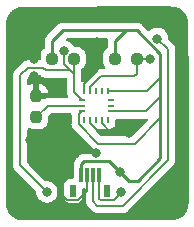
<source format=gbr>
%TF.GenerationSoftware,KiCad,Pcbnew,(6.0.2-0)*%
%TF.CreationDate,2022-03-21T14:05:32-04:00*%
%TF.ProjectId,Woodstock,576f6f64-7374-46f6-936b-2e6b69636164,v03*%
%TF.SameCoordinates,Original*%
%TF.FileFunction,Copper,L1,Top*%
%TF.FilePolarity,Positive*%
%FSLAX46Y46*%
G04 Gerber Fmt 4.6, Leading zero omitted, Abs format (unit mm)*
G04 Created by KiCad (PCBNEW (6.0.2-0)) date 2022-03-21 14:05:32*
%MOMM*%
%LPD*%
G01*
G04 APERTURE LIST*
G04 Aperture macros list*
%AMRoundRect*
0 Rectangle with rounded corners*
0 $1 Rounding radius*
0 $2 $3 $4 $5 $6 $7 $8 $9 X,Y pos of 4 corners*
0 Add a 4 corners polygon primitive as box body*
4,1,4,$2,$3,$4,$5,$6,$7,$8,$9,$2,$3,0*
0 Add four circle primitives for the rounded corners*
1,1,$1+$1,$2,$3*
1,1,$1+$1,$4,$5*
1,1,$1+$1,$6,$7*
1,1,$1+$1,$8,$9*
0 Add four rect primitives between the rounded corners*
20,1,$1+$1,$2,$3,$4,$5,0*
20,1,$1+$1,$4,$5,$6,$7,0*
20,1,$1+$1,$6,$7,$8,$9,0*
20,1,$1+$1,$8,$9,$2,$3,0*%
G04 Aperture macros list end*
%TA.AperFunction,SMDPad,CuDef*%
%ADD10RoundRect,0.237500X0.237500X-0.250000X0.237500X0.250000X-0.237500X0.250000X-0.237500X-0.250000X0*%
%TD*%
%TA.AperFunction,SMDPad,CuDef*%
%ADD11R,0.299999X1.210000*%
%TD*%
%TA.AperFunction,SMDPad,CuDef*%
%ADD12R,0.519999X1.000001*%
%TD*%
%TA.AperFunction,SMDPad,CuDef*%
%ADD13RoundRect,0.062500X-0.062500X0.212500X-0.062500X-0.212500X0.062500X-0.212500X0.062500X0.212500X0*%
%TD*%
%TA.AperFunction,SMDPad,CuDef*%
%ADD14RoundRect,0.062500X-0.212500X0.062500X-0.212500X-0.062500X0.212500X-0.062500X0.212500X0.062500X0*%
%TD*%
%TA.AperFunction,SMDPad,CuDef*%
%ADD15RoundRect,0.237500X-0.250000X-0.237500X0.250000X-0.237500X0.250000X0.237500X-0.250000X0.237500X0*%
%TD*%
%TA.AperFunction,ViaPad*%
%ADD16C,0.800000*%
%TD*%
%TA.AperFunction,Conductor*%
%ADD17C,0.200000*%
%TD*%
%TA.AperFunction,Conductor*%
%ADD18C,0.250000*%
%TD*%
G04 APERTURE END LIST*
D10*
%TO.P,R8,1*%
%TO.N,Net-(R8-Pad1)*%
X145974360Y-97205860D03*
%TO.P,R8,2*%
%TO.N,GND*%
X145974360Y-95380860D03*
%TD*%
D11*
%TO.P,J1,1,1*%
%TO.N,+3V3*%
X149795801Y-102075798D03*
%TO.P,J1,2,2*%
%TO.N,GND*%
X150295801Y-102075798D03*
%TO.P,J1,3,3*%
%TO.N,/SCL*%
X150795802Y-102075798D03*
%TO.P,J1,4,4*%
%TO.N,/SDA*%
X151295801Y-102075798D03*
D12*
%TO.P,J1,MP1,MP1*%
%TO.N,unconnected-(J1-PadMP1)*%
X149105803Y-103430799D03*
%TO.P,J1,MP2,MP2*%
%TO.N,unconnected-(J1-PadMP2)*%
X151985797Y-103430799D03*
%TD*%
D13*
%TO.P,U2,1,VDD_IO*%
%TO.N,+3V3*%
X152054357Y-94968670D03*
%TO.P,U2,2,NC*%
%TO.N,unconnected-(U2-Pad2)*%
X151554358Y-94968670D03*
%TO.P,U2,3,NC*%
%TO.N,unconnected-(U2-Pad3)*%
X151054359Y-94968670D03*
%TO.P,U2,4,SCL/SPC*%
%TO.N,/SCL*%
X150554360Y-94968670D03*
%TO.P,U2,5,GND*%
%TO.N,GND*%
X150054361Y-94968670D03*
D14*
%TO.P,U2,6,SDA/SDI/SDO*%
%TO.N,/SDA*%
X149829368Y-95693662D03*
%TO.P,U2,7,SDO/SA0*%
%TO.N,Net-(R8-Pad1)*%
X149829368Y-96193661D03*
%TO.P,U2,8,CS*%
%TO.N,+3V3*%
X149829368Y-96693660D03*
D13*
%TO.P,U2,9,INT2*%
%TO.N,unconnected-(U2-Pad9)*%
X150054361Y-97418652D03*
%TO.P,U2,10,GND*%
%TO.N,GND*%
X150554360Y-97418652D03*
%TO.P,U2,11,INT1*%
%TO.N,unconnected-(U2-Pad11)*%
X151054359Y-97418652D03*
%TO.P,U2,12,GND*%
%TO.N,GND*%
X151554358Y-97418652D03*
%TO.P,U2,13,ADC3*%
%TO.N,unconnected-(U2-Pad13)*%
X152054357Y-97418652D03*
D14*
%TO.P,U2,14,VDD*%
%TO.N,+3V3*%
X152279350Y-96693660D03*
%TO.P,U2,15,ADC2*%
%TO.N,unconnected-(U2-Pad15)*%
X152279350Y-96193661D03*
%TO.P,U2,16,ADC1*%
%TO.N,unconnected-(U2-Pad16)*%
X152279350Y-95693662D03*
%TD*%
D15*
%TO.P,R7,1*%
%TO.N,+3V3*%
X147345400Y-92231260D03*
%TO.P,R7,2*%
%TO.N,/SDA*%
X149170400Y-92231260D03*
%TD*%
%TO.P,R6,1*%
%TO.N,+3V3*%
X152655900Y-92227400D03*
%TO.P,R6,2*%
%TO.N,/SCL*%
X154480900Y-92227400D03*
%TD*%
D16*
%TO.N,/SDA*%
X148329225Y-91591179D03*
X153162000Y-103530400D03*
X146888200Y-103505000D03*
%TO.N,/SCL*%
X156239699Y-90521301D03*
X155651200Y-92227400D03*
%TO.N,GND*%
X145796000Y-93688900D03*
X151130000Y-90779600D03*
X153847800Y-98501200D03*
X145796000Y-92278200D03*
X151003000Y-100177600D03*
X147802600Y-102463600D03*
X144526000Y-89408000D03*
X145440400Y-99136200D03*
%TO.N,+3V3*%
X153085800Y-101828600D03*
%TD*%
D17*
%TO.N,/SDA*%
X144627600Y-101244400D02*
X146888200Y-103505000D01*
X149170400Y-95034700D02*
X149170400Y-92231260D01*
X148869400Y-93218000D02*
X148329225Y-92677825D01*
X149170400Y-95034700D02*
X149170400Y-93519000D01*
X151426287Y-104230310D02*
X151295801Y-104099824D01*
X144627600Y-93624400D02*
X144627600Y-101244400D01*
X145262611Y-92989389D02*
X144627600Y-93624400D01*
X146557989Y-92989389D02*
X145262611Y-92989389D01*
X149829360Y-95693660D02*
X149170400Y-95034700D01*
X151295801Y-104099824D02*
X151295801Y-102075798D01*
X152545307Y-104230310D02*
X151426287Y-104230310D01*
X149170400Y-93519000D02*
X148869400Y-93218000D01*
X153162000Y-103530400D02*
X153162000Y-103613617D01*
X148329225Y-91591179D02*
X148329225Y-92677825D01*
X146786600Y-93218000D02*
X146557989Y-92989389D01*
X148869400Y-93218000D02*
X146786600Y-93218000D01*
X153162000Y-103613617D02*
X152545307Y-104230310D01*
%TO.N,/SCL*%
X157149800Y-100838000D02*
X157149800Y-91431402D01*
X151500092Y-93700600D02*
X154279600Y-93700600D01*
X157149800Y-91431402D02*
X156239699Y-90521301D01*
X154279600Y-93700600D02*
X154480900Y-93499300D01*
X153320668Y-104667132D02*
X157149800Y-100838000D01*
X150554360Y-94646332D02*
X151500092Y-93700600D01*
X150795802Y-104301266D02*
X151161668Y-104667132D01*
X155651200Y-92227400D02*
X154480900Y-92227400D01*
X150795802Y-102075798D02*
X150795802Y-104301266D01*
X151161668Y-104667132D02*
X153320668Y-104667132D01*
X154480900Y-93499300D02*
X154480900Y-92227400D01*
X150554360Y-94968660D02*
X150554360Y-94646332D01*
%TO.N,GND*%
X144526000Y-91008200D02*
X145796000Y-92278200D01*
X148546293Y-104230310D02*
X149493172Y-104230310D01*
X150054361Y-94968670D02*
X150054361Y-94344439D01*
X145974360Y-93867260D02*
X145796000Y-93688900D01*
X145974360Y-95380860D02*
X145974360Y-93867260D01*
X152349932Y-98501200D02*
X152730200Y-98501200D01*
X151349934Y-98501200D02*
X152730200Y-98501200D01*
X150554360Y-97705626D02*
X151349934Y-98501200D01*
X152730200Y-98501200D02*
X153847800Y-98501200D01*
X151130000Y-93268800D02*
X151130000Y-90779600D01*
X144526000Y-89408000D02*
X144526000Y-91008200D01*
X150054361Y-94344439D02*
X151053800Y-93345000D01*
X151554358Y-97705626D02*
X152349932Y-98501200D01*
X147802600Y-102463600D02*
X146710400Y-102463600D01*
X145440400Y-101193600D02*
X145440400Y-99136200D01*
X147802600Y-102463600D02*
X147802600Y-103486617D01*
X151554358Y-97418652D02*
X151554358Y-97705626D01*
X150295801Y-103427681D02*
X150295801Y-102075798D01*
X146710400Y-102463600D02*
X145440400Y-101193600D01*
X147802600Y-103486617D02*
X148546293Y-104230310D01*
X151053800Y-93345000D02*
X151130000Y-93268800D01*
X149493172Y-104230310D02*
X150295801Y-103427681D01*
X150554360Y-97418652D02*
X150554360Y-97705626D01*
D18*
%TO.N,+3V3*%
X153825720Y-102568520D02*
X154587720Y-102568520D01*
X156489400Y-95453200D02*
X156489400Y-93878400D01*
X154587720Y-102568520D02*
X156489400Y-100666839D01*
X153085800Y-101828600D02*
X153825720Y-102568520D01*
D17*
X152279360Y-96693660D02*
X155248940Y-96693660D01*
D18*
X152159311Y-100902111D02*
X150065467Y-100902111D01*
X147345400Y-90728800D02*
X147345400Y-92231260D01*
X153085800Y-101828600D02*
X152159311Y-100902111D01*
D17*
X152054360Y-94968660D02*
X155399140Y-94968660D01*
D18*
X153543000Y-89839800D02*
X148234400Y-89839800D01*
D17*
X149579840Y-97766468D02*
X151228972Y-99415600D01*
D18*
X149795801Y-101171777D02*
X149795801Y-102075798D01*
X156489400Y-91795600D02*
X154533600Y-89839800D01*
D17*
X149579840Y-96943180D02*
X149579840Y-97766468D01*
X155248940Y-96693660D02*
X156489400Y-95453200D01*
X149829368Y-96693660D02*
X149829360Y-96693660D01*
D18*
X154533600Y-89839800D02*
X153543000Y-89839800D01*
X156489400Y-93878400D02*
X156489400Y-91795600D01*
D17*
X155399140Y-94968660D02*
X156489400Y-93878400D01*
D18*
X156489400Y-97282000D02*
X156489400Y-95453200D01*
D17*
X154355800Y-99415600D02*
X156489400Y-97282000D01*
D18*
X152655900Y-90726900D02*
X152655900Y-92227400D01*
D17*
X149829360Y-96693660D02*
X149579840Y-96943180D01*
D18*
X153543000Y-89839800D02*
X152655900Y-90726900D01*
X148234400Y-89839800D02*
X147345400Y-90728800D01*
D17*
X151228972Y-99415600D02*
X154355800Y-99415600D01*
D18*
X150065467Y-100902111D02*
X149795801Y-101171777D01*
X156489400Y-100666839D02*
X156489400Y-97282000D01*
D17*
%TO.N,Net-(R8-Pad1)*%
X145974360Y-97205860D02*
X146986560Y-96193660D01*
X146986560Y-96193660D02*
X149829360Y-96193660D01*
%TD*%
%TA.AperFunction,Conductor*%
%TO.N,GND*%
G36*
X157360046Y-87811269D02*
G01*
X157374793Y-87813566D01*
X157374800Y-87813566D01*
X157383668Y-87814947D01*
X157398298Y-87813034D01*
X157424066Y-87812325D01*
X157551468Y-87821893D01*
X157602893Y-87825755D01*
X157621546Y-87828573D01*
X157820503Y-87874087D01*
X157838533Y-87879662D01*
X158028450Y-87954379D01*
X158045447Y-87962585D01*
X158222074Y-88064833D01*
X158237654Y-88075485D01*
X158397034Y-88202974D01*
X158410840Y-88215826D01*
X158465099Y-88274516D01*
X158549388Y-88365689D01*
X158561125Y-88380466D01*
X158675736Y-88549345D01*
X158685129Y-88565701D01*
X158759823Y-88721789D01*
X158773227Y-88749800D01*
X158780076Y-88767388D01*
X158839686Y-88962580D01*
X158843831Y-88980992D01*
X158868971Y-89151405D01*
X158869513Y-89168470D01*
X158869589Y-89168466D01*
X158870121Y-89177425D01*
X158869377Y-89186372D01*
X158871175Y-89195171D01*
X158873724Y-89220339D01*
X158875821Y-94782651D01*
X158879440Y-104384982D01*
X158877940Y-104404411D01*
X158875902Y-104417503D01*
X158874273Y-104427968D01*
X158875755Y-104439299D01*
X158876186Y-104442596D01*
X158876895Y-104468366D01*
X158863465Y-104647190D01*
X158860647Y-104665846D01*
X158815133Y-104864803D01*
X158809558Y-104882833D01*
X158734841Y-105072750D01*
X158726636Y-105089746D01*
X158705875Y-105125609D01*
X158624387Y-105266374D01*
X158613735Y-105281954D01*
X158546055Y-105366565D01*
X158486250Y-105441330D01*
X158473394Y-105455140D01*
X158407445Y-105516110D01*
X158323531Y-105593688D01*
X158308754Y-105605425D01*
X158139875Y-105720036D01*
X158123519Y-105729429D01*
X157939417Y-105817528D01*
X157921832Y-105824376D01*
X157726640Y-105883986D01*
X157708228Y-105888131D01*
X157537815Y-105913271D01*
X157520753Y-105913813D01*
X157520757Y-105913888D01*
X157511791Y-105914420D01*
X157502848Y-105913677D01*
X157494055Y-105915474D01*
X157493998Y-105915477D01*
X157468893Y-105918020D01*
X146647655Y-105921321D01*
X144931431Y-105921845D01*
X144912007Y-105920345D01*
X144897303Y-105918055D01*
X144897300Y-105918055D01*
X144888431Y-105916674D01*
X144873848Y-105918581D01*
X144848045Y-105919289D01*
X144670154Y-105905881D01*
X144651434Y-105903042D01*
X144453473Y-105857590D01*
X144435384Y-105851976D01*
X144246475Y-105777366D01*
X144229432Y-105769104D01*
X144053843Y-105667022D01*
X144038231Y-105656299D01*
X143907382Y-105551120D01*
X143879924Y-105529048D01*
X143866099Y-105516110D01*
X143728649Y-105366561D01*
X143716920Y-105351696D01*
X143666408Y-105276710D01*
X143610441Y-105193628D01*
X143603447Y-105183245D01*
X143594076Y-105166786D01*
X143507132Y-104983227D01*
X143500334Y-104965549D01*
X143441888Y-104771036D01*
X143437816Y-104752539D01*
X143419113Y-104621180D01*
X143413665Y-104582916D01*
X143413212Y-104565867D01*
X143413129Y-104565871D01*
X143412645Y-104556914D01*
X143413437Y-104547967D01*
X143411368Y-104537557D01*
X143408950Y-104513013D01*
X143408424Y-101244400D01*
X144013850Y-101244400D01*
X144019100Y-101284280D01*
X144019100Y-101284285D01*
X144024050Y-101321881D01*
X144034762Y-101403251D01*
X144096076Y-101551276D01*
X144101103Y-101557827D01*
X144101104Y-101557829D01*
X144169120Y-101646469D01*
X144169126Y-101646475D01*
X144193613Y-101678387D01*
X144200168Y-101683417D01*
X144218979Y-101697852D01*
X144231370Y-101708719D01*
X145938481Y-103415830D01*
X145972507Y-103478142D01*
X145975041Y-103501716D01*
X145974696Y-103505000D01*
X145994658Y-103694928D01*
X146053673Y-103876556D01*
X146149160Y-104041944D01*
X146153578Y-104046851D01*
X146153579Y-104046852D01*
X146263648Y-104169096D01*
X146276947Y-104183866D01*
X146431448Y-104296118D01*
X146437476Y-104298802D01*
X146437478Y-104298803D01*
X146532583Y-104341146D01*
X146605912Y-104373794D01*
X146699313Y-104393647D01*
X146786256Y-104412128D01*
X146786261Y-104412128D01*
X146792713Y-104413500D01*
X146983687Y-104413500D01*
X146990139Y-104412128D01*
X146990144Y-104412128D01*
X147077087Y-104393647D01*
X147170488Y-104373794D01*
X147243817Y-104341146D01*
X147338922Y-104298803D01*
X147338924Y-104298802D01*
X147344952Y-104296118D01*
X147499453Y-104183866D01*
X147512752Y-104169096D01*
X147622821Y-104046852D01*
X147622822Y-104046851D01*
X147627240Y-104041944D01*
X147722727Y-103876556D01*
X147781742Y-103694928D01*
X147801704Y-103505000D01*
X147781742Y-103315072D01*
X147722727Y-103133444D01*
X147627240Y-102968056D01*
X147553431Y-102886082D01*
X147503875Y-102831045D01*
X147503874Y-102831044D01*
X147499453Y-102826134D01*
X147344952Y-102713882D01*
X147338924Y-102711198D01*
X147338922Y-102711197D01*
X147176519Y-102638891D01*
X147176518Y-102638891D01*
X147170488Y-102636206D01*
X147077087Y-102616353D01*
X146990144Y-102597872D01*
X146990139Y-102597872D01*
X146983687Y-102596500D01*
X146892439Y-102596500D01*
X146824318Y-102576498D01*
X146803344Y-102559595D01*
X145273005Y-101029256D01*
X145238979Y-100966944D01*
X145236100Y-100940161D01*
X145236100Y-98247921D01*
X145256102Y-98179800D01*
X145309758Y-98133307D01*
X145380032Y-98123203D01*
X145414339Y-98133425D01*
X145419440Y-98136569D01*
X145584551Y-98191334D01*
X145591387Y-98192034D01*
X145591390Y-98192035D01*
X145642886Y-98197311D01*
X145687288Y-98201860D01*
X146261432Y-98201860D01*
X146264678Y-98201523D01*
X146264682Y-98201523D01*
X146358595Y-98191779D01*
X146358599Y-98191778D01*
X146365453Y-98191067D01*
X146371989Y-98188886D01*
X146371991Y-98188886D01*
X146504755Y-98144592D01*
X146530467Y-98136014D01*
X146678391Y-98044476D01*
X146723826Y-97998962D01*
X146796118Y-97926544D01*
X146796122Y-97926539D01*
X146801289Y-97921363D01*
X146863072Y-97821133D01*
X146888729Y-97779510D01*
X146888730Y-97779508D01*
X146892569Y-97773280D01*
X146947334Y-97608169D01*
X146957860Y-97505432D01*
X146957860Y-97135098D01*
X146977862Y-97066977D01*
X146994765Y-97046003D01*
X147201703Y-96839065D01*
X147264015Y-96805039D01*
X147290798Y-96802160D01*
X148841168Y-96802160D01*
X148909289Y-96822162D01*
X148955782Y-96875818D01*
X148967168Y-96928160D01*
X148967168Y-96934991D01*
X148966090Y-96943180D01*
X148967168Y-96951368D01*
X148970262Y-96974870D01*
X148971340Y-96991316D01*
X148971340Y-97718332D01*
X148970262Y-97734775D01*
X148966090Y-97766468D01*
X148971340Y-97806348D01*
X148971340Y-97806353D01*
X148973286Y-97821133D01*
X148987002Y-97925319D01*
X149048316Y-98073344D01*
X149053343Y-98079895D01*
X149053344Y-98079897D01*
X149121360Y-98168537D01*
X149121366Y-98168543D01*
X149145853Y-98200455D01*
X149152408Y-98205485D01*
X149171219Y-98219920D01*
X149183610Y-98230787D01*
X150764657Y-99811834D01*
X150775524Y-99824225D01*
X150794985Y-99849587D01*
X150801535Y-99854613D01*
X150826893Y-99874071D01*
X150826909Y-99874085D01*
X150876277Y-99911966D01*
X150922096Y-99947124D01*
X151070121Y-100008438D01*
X151078308Y-100009516D01*
X151078309Y-100009516D01*
X151089514Y-100010991D01*
X151140390Y-100017689D01*
X151205318Y-100046411D01*
X151244410Y-100105676D01*
X151245255Y-100176667D01*
X151207585Y-100236846D01*
X151143360Y-100267106D01*
X151123945Y-100268611D01*
X150144234Y-100268611D01*
X150133051Y-100268084D01*
X150125558Y-100266409D01*
X150117632Y-100266658D01*
X150117631Y-100266658D01*
X150057481Y-100268549D01*
X150053522Y-100268611D01*
X150025611Y-100268611D01*
X150021677Y-100269108D01*
X150021676Y-100269108D01*
X150021611Y-100269116D01*
X150009774Y-100270049D01*
X149977957Y-100271049D01*
X149973496Y-100271189D01*
X149965577Y-100271438D01*
X149947921Y-100276567D01*
X149946125Y-100277089D01*
X149926773Y-100281097D01*
X149919702Y-100281991D01*
X149906670Y-100283637D01*
X149899301Y-100286554D01*
X149899299Y-100286555D01*
X149865564Y-100299911D01*
X149854336Y-100303756D01*
X149811874Y-100316093D01*
X149805052Y-100320127D01*
X149805046Y-100320130D01*
X149794435Y-100326405D01*
X149776685Y-100335101D01*
X149765223Y-100339639D01*
X149765218Y-100339642D01*
X149757850Y-100342559D01*
X149740437Y-100355210D01*
X149722092Y-100368538D01*
X149712174Y-100375054D01*
X149700930Y-100381704D01*
X149674104Y-100397569D01*
X149659780Y-100411893D01*
X149644748Y-100424732D01*
X149628360Y-100436639D01*
X149600179Y-100470704D01*
X149592189Y-100479484D01*
X149403548Y-100668125D01*
X149395262Y-100675665D01*
X149388783Y-100679777D01*
X149383358Y-100685554D01*
X149342158Y-100729428D01*
X149339403Y-100732270D01*
X149319666Y-100752007D01*
X149317186Y-100755204D01*
X149309483Y-100764224D01*
X149279215Y-100796456D01*
X149275396Y-100803402D01*
X149275394Y-100803405D01*
X149269453Y-100814211D01*
X149258602Y-100830730D01*
X149246187Y-100846736D01*
X149243042Y-100854005D01*
X149243039Y-100854009D01*
X149228627Y-100887314D01*
X149223410Y-100897964D01*
X149202106Y-100936717D01*
X149200135Y-100944392D01*
X149200135Y-100944393D01*
X149197068Y-100956339D01*
X149190664Y-100975043D01*
X149182620Y-100993632D01*
X149181381Y-101001455D01*
X149181378Y-101001465D01*
X149175702Y-101037301D01*
X149173296Y-101048921D01*
X149162301Y-101091747D01*
X149162301Y-101112001D01*
X149160750Y-101131711D01*
X149157581Y-101151720D01*
X149158327Y-101159612D01*
X149161742Y-101195738D01*
X149162301Y-101207596D01*
X149162301Y-101288975D01*
X149154283Y-101333204D01*
X149144057Y-101360482D01*
X149137302Y-101422664D01*
X149137302Y-102296299D01*
X149117300Y-102364420D01*
X149063644Y-102410913D01*
X149011302Y-102422299D01*
X148797670Y-102422299D01*
X148735488Y-102429054D01*
X148599099Y-102480184D01*
X148482543Y-102567538D01*
X148395189Y-102684094D01*
X148344059Y-102820483D01*
X148337304Y-102882665D01*
X148337304Y-103978933D01*
X148344059Y-104041115D01*
X148395189Y-104177504D01*
X148482543Y-104294060D01*
X148599099Y-104381414D01*
X148735488Y-104432544D01*
X148797670Y-104439299D01*
X149413936Y-104439299D01*
X149476118Y-104432544D01*
X149612507Y-104381414D01*
X149729063Y-104294060D01*
X149816417Y-104177504D01*
X149867547Y-104041115D01*
X149874302Y-103978933D01*
X149874302Y-103314953D01*
X149894304Y-103246832D01*
X149947960Y-103200339D01*
X149992836Y-103189298D01*
X149993934Y-103189298D01*
X150034520Y-103184889D01*
X150061738Y-103184890D01*
X150074915Y-103186322D01*
X150140476Y-103213566D01*
X150180900Y-103271931D01*
X150187302Y-103311584D01*
X150187302Y-104253130D01*
X150186224Y-104269573D01*
X150182052Y-104301266D01*
X150187302Y-104341146D01*
X150187302Y-104341151D01*
X150195740Y-104405245D01*
X150202964Y-104460117D01*
X150264278Y-104608142D01*
X150269305Y-104614693D01*
X150269306Y-104614695D01*
X150337322Y-104703335D01*
X150337328Y-104703341D01*
X150361815Y-104735253D01*
X150368370Y-104740283D01*
X150387181Y-104754718D01*
X150399572Y-104765585D01*
X150697353Y-105063366D01*
X150708220Y-105075757D01*
X150727681Y-105101119D01*
X150734231Y-105106145D01*
X150759589Y-105125603D01*
X150759605Y-105125617D01*
X150808973Y-105163498D01*
X150854792Y-105198656D01*
X151002817Y-105259970D01*
X151011005Y-105261048D01*
X151082243Y-105270427D01*
X151161668Y-105280883D01*
X151193367Y-105276710D01*
X151209812Y-105275632D01*
X153272532Y-105275632D01*
X153288975Y-105276710D01*
X153320668Y-105280882D01*
X153328857Y-105279804D01*
X153360542Y-105275633D01*
X153360552Y-105275632D01*
X153360553Y-105275632D01*
X153460125Y-105262523D01*
X153471332Y-105261048D01*
X153471334Y-105261047D01*
X153479519Y-105259970D01*
X153627544Y-105198656D01*
X153647628Y-105183245D01*
X153722737Y-105125612D01*
X153722743Y-105125606D01*
X153748102Y-105106147D01*
X153754655Y-105101119D01*
X153769666Y-105081557D01*
X153774120Y-105075753D01*
X153784987Y-105063362D01*
X157546034Y-101302315D01*
X157558425Y-101291448D01*
X157577237Y-101277013D01*
X157583787Y-101271987D01*
X157608274Y-101240075D01*
X157608277Y-101240072D01*
X157670609Y-101158839D01*
X157681324Y-101144875D01*
X157742638Y-100996850D01*
X157758300Y-100877885D01*
X157758300Y-100877878D01*
X157763550Y-100838000D01*
X157759378Y-100806307D01*
X157758300Y-100789864D01*
X157758300Y-91479538D01*
X157759378Y-91463092D01*
X157762472Y-91439590D01*
X157763550Y-91431402D01*
X157758300Y-91391524D01*
X157758300Y-91391517D01*
X157742638Y-91272552D01*
X157702506Y-91175665D01*
X157681324Y-91124526D01*
X157608277Y-91029330D01*
X157608274Y-91029327D01*
X157583787Y-90997415D01*
X157573217Y-90989304D01*
X157558421Y-90977950D01*
X157546030Y-90967083D01*
X157189418Y-90610471D01*
X157155392Y-90548159D01*
X157152858Y-90524585D01*
X157153203Y-90521301D01*
X157145114Y-90444337D01*
X157133931Y-90337936D01*
X157133931Y-90337934D01*
X157133241Y-90331373D01*
X157074226Y-90149745D01*
X156978739Y-89984357D01*
X156858470Y-89850784D01*
X156855374Y-89847346D01*
X156855373Y-89847345D01*
X156850952Y-89842435D01*
X156696451Y-89730183D01*
X156690423Y-89727499D01*
X156690421Y-89727498D01*
X156528018Y-89655192D01*
X156528017Y-89655192D01*
X156521987Y-89652507D01*
X156428587Y-89632654D01*
X156341643Y-89614173D01*
X156341638Y-89614173D01*
X156335186Y-89612801D01*
X156144212Y-89612801D01*
X156137760Y-89614173D01*
X156137755Y-89614173D01*
X156050812Y-89632654D01*
X155957411Y-89652507D01*
X155951381Y-89655192D01*
X155951380Y-89655192D01*
X155788977Y-89727498D01*
X155788975Y-89727499D01*
X155782947Y-89730183D01*
X155628446Y-89842435D01*
X155624024Y-89847346D01*
X155619122Y-89851760D01*
X155618243Y-89850784D01*
X155563826Y-89884303D01*
X155492842Y-89882946D01*
X155441550Y-89851845D01*
X155037252Y-89447547D01*
X155029712Y-89439261D01*
X155025600Y-89432782D01*
X154975948Y-89386156D01*
X154973107Y-89383402D01*
X154953370Y-89363665D01*
X154950173Y-89361185D01*
X154941151Y-89353480D01*
X154927722Y-89340869D01*
X154908921Y-89323214D01*
X154901975Y-89319395D01*
X154901972Y-89319393D01*
X154891166Y-89313452D01*
X154874647Y-89302601D01*
X154865391Y-89295422D01*
X154858641Y-89290186D01*
X154851372Y-89287041D01*
X154851368Y-89287038D01*
X154818063Y-89272626D01*
X154807413Y-89267409D01*
X154768660Y-89246105D01*
X154749037Y-89241067D01*
X154730334Y-89234663D01*
X154719020Y-89229767D01*
X154719019Y-89229767D01*
X154711745Y-89226619D01*
X154703922Y-89225380D01*
X154703912Y-89225377D01*
X154668076Y-89219701D01*
X154656456Y-89217295D01*
X154621311Y-89208272D01*
X154621310Y-89208272D01*
X154613630Y-89206300D01*
X154593376Y-89206300D01*
X154573665Y-89204749D01*
X154561486Y-89202820D01*
X154553657Y-89201580D01*
X154524386Y-89204347D01*
X154509639Y-89205741D01*
X154497781Y-89206300D01*
X153621767Y-89206300D01*
X153610584Y-89205773D01*
X153603091Y-89204098D01*
X153595165Y-89204347D01*
X153595164Y-89204347D01*
X153535001Y-89206238D01*
X153531043Y-89206300D01*
X148313167Y-89206300D01*
X148301984Y-89205773D01*
X148294491Y-89204098D01*
X148286565Y-89204347D01*
X148286564Y-89204347D01*
X148226401Y-89206238D01*
X148222443Y-89206300D01*
X148194544Y-89206300D01*
X148190554Y-89206804D01*
X148178720Y-89207736D01*
X148134511Y-89209126D01*
X148126897Y-89211338D01*
X148126892Y-89211339D01*
X148115059Y-89214777D01*
X148095696Y-89218788D01*
X148075603Y-89221326D01*
X148068236Y-89224243D01*
X148068231Y-89224244D01*
X148034492Y-89237602D01*
X148023265Y-89241446D01*
X147980807Y-89253782D01*
X147973981Y-89257819D01*
X147963372Y-89264093D01*
X147945624Y-89272788D01*
X147926783Y-89280248D01*
X147920367Y-89284910D01*
X147920366Y-89284910D01*
X147891013Y-89306236D01*
X147881093Y-89312752D01*
X147849865Y-89331220D01*
X147849862Y-89331222D01*
X147843038Y-89335258D01*
X147828717Y-89349579D01*
X147813684Y-89362419D01*
X147797293Y-89374328D01*
X147792242Y-89380433D01*
X147792237Y-89380438D01*
X147769101Y-89408404D01*
X147761113Y-89417182D01*
X146953147Y-90225148D01*
X146944861Y-90232688D01*
X146938382Y-90236800D01*
X146932957Y-90242577D01*
X146891757Y-90286451D01*
X146889002Y-90289293D01*
X146869265Y-90309030D01*
X146866785Y-90312227D01*
X146859082Y-90321247D01*
X146828814Y-90353479D01*
X146824995Y-90360425D01*
X146824993Y-90360428D01*
X146819052Y-90371234D01*
X146808201Y-90387753D01*
X146795786Y-90403759D01*
X146792641Y-90411028D01*
X146792638Y-90411032D01*
X146778226Y-90444337D01*
X146773009Y-90454987D01*
X146751705Y-90493740D01*
X146747478Y-90510205D01*
X146746667Y-90513362D01*
X146740263Y-90532066D01*
X146732219Y-90550655D01*
X146730980Y-90558478D01*
X146730977Y-90558488D01*
X146725301Y-90594324D01*
X146722895Y-90605944D01*
X146714359Y-90639191D01*
X146711900Y-90648770D01*
X146711900Y-90669024D01*
X146710349Y-90688734D01*
X146707180Y-90708743D01*
X146707926Y-90716635D01*
X146711341Y-90752761D01*
X146711900Y-90764619D01*
X146711900Y-91283561D01*
X146691898Y-91351682D01*
X146652202Y-91390705D01*
X146628869Y-91405144D01*
X146623696Y-91410326D01*
X146511142Y-91523076D01*
X146511138Y-91523081D01*
X146505971Y-91528257D01*
X146502131Y-91534487D01*
X146502130Y-91534488D01*
X146419264Y-91668922D01*
X146414691Y-91676340D01*
X146359926Y-91841451D01*
X146349400Y-91944188D01*
X146349400Y-92254889D01*
X146329398Y-92323010D01*
X146275742Y-92369503D01*
X146223400Y-92380889D01*
X145310747Y-92380889D01*
X145294301Y-92379811D01*
X145270799Y-92376717D01*
X145262611Y-92375639D01*
X145254423Y-92376717D01*
X145222740Y-92380888D01*
X145222731Y-92380889D01*
X145222726Y-92380889D01*
X145103761Y-92396551D01*
X145096134Y-92399710D01*
X145096131Y-92399711D01*
X145017049Y-92432468D01*
X144955735Y-92457865D01*
X144860539Y-92530912D01*
X144860536Y-92530915D01*
X144828624Y-92555402D01*
X144823594Y-92561957D01*
X144809159Y-92580768D01*
X144798292Y-92593159D01*
X144231366Y-93160085D01*
X144218975Y-93170952D01*
X144193613Y-93190413D01*
X144169126Y-93222325D01*
X144169123Y-93222328D01*
X144169117Y-93222336D01*
X144115678Y-93291979D01*
X144096076Y-93317524D01*
X144043517Y-93444413D01*
X144034762Y-93465550D01*
X144019100Y-93584515D01*
X144019100Y-93584520D01*
X144013850Y-93624400D01*
X144017216Y-93649964D01*
X144018022Y-93656090D01*
X144019100Y-93672536D01*
X144019100Y-101196264D01*
X144018022Y-101212707D01*
X144013850Y-101244400D01*
X143408424Y-101244400D01*
X143406509Y-89344722D01*
X143408009Y-89325319D01*
X143410305Y-89310568D01*
X143410305Y-89310567D01*
X143411687Y-89301692D01*
X143409774Y-89287062D01*
X143409065Y-89261294D01*
X143418789Y-89131812D01*
X143422495Y-89082467D01*
X143425313Y-89063814D01*
X143470827Y-88864856D01*
X143476402Y-88846827D01*
X143551119Y-88656910D01*
X143559325Y-88639913D01*
X143661573Y-88463286D01*
X143672225Y-88447706D01*
X143732273Y-88372637D01*
X143799714Y-88288326D01*
X143812566Y-88274520D01*
X143916384Y-88178540D01*
X143962429Y-88135972D01*
X143977207Y-88124234D01*
X144146085Y-88009624D01*
X144162443Y-88000230D01*
X144241110Y-87962585D01*
X144346543Y-87912132D01*
X144364128Y-87905284D01*
X144559320Y-87845674D01*
X144577732Y-87841529D01*
X144748145Y-87816389D01*
X144765207Y-87815847D01*
X144765203Y-87815772D01*
X144774170Y-87815240D01*
X144783112Y-87815983D01*
X144791903Y-87814187D01*
X144792084Y-87814176D01*
X144817038Y-87811650D01*
X157340645Y-87809768D01*
X157360046Y-87811269D01*
G37*
%TD.AperFunction*%
%TA.AperFunction,Conductor*%
G36*
X155294933Y-97303032D02*
G01*
X155359245Y-97313013D01*
X155412378Y-97360103D01*
X155431618Y-97428442D01*
X155410856Y-97496336D01*
X155394721Y-97516130D01*
X154140656Y-98770195D01*
X154078344Y-98804221D01*
X154051561Y-98807100D01*
X151533211Y-98807100D01*
X151465090Y-98787098D01*
X151444116Y-98770195D01*
X151089105Y-98415184D01*
X151055079Y-98352872D01*
X151060144Y-98282057D01*
X151102691Y-98225221D01*
X151161755Y-98201167D01*
X151265920Y-98187455D01*
X151273015Y-98184516D01*
X151337945Y-98184517D01*
X151351114Y-98188046D01*
X151450377Y-98201114D01*
X151458586Y-98201652D01*
X151650130Y-98201652D01*
X151658339Y-98201114D01*
X151757597Y-98188046D01*
X151770773Y-98184516D01*
X151835703Y-98184517D01*
X151842796Y-98187455D01*
X151850984Y-98188533D01*
X151950338Y-98201613D01*
X151954432Y-98202152D01*
X152054344Y-98202152D01*
X152154281Y-98202151D01*
X152158366Y-98201613D01*
X152158370Y-98201613D01*
X152257731Y-98188533D01*
X152257733Y-98188532D01*
X152265918Y-98187455D01*
X152404821Y-98129919D01*
X152511150Y-98048330D01*
X152517548Y-98043421D01*
X152517549Y-98043420D01*
X152524099Y-98038394D01*
X152615624Y-97919115D01*
X152673160Y-97780213D01*
X152674988Y-97766332D01*
X152687319Y-97672664D01*
X152687319Y-97672663D01*
X152687857Y-97668577D01*
X152687856Y-97428160D01*
X152707858Y-97360040D01*
X152761513Y-97313547D01*
X152813856Y-97302160D01*
X155200804Y-97302160D01*
X155217247Y-97303238D01*
X155248940Y-97307410D01*
X155257129Y-97306332D01*
X155288814Y-97302161D01*
X155288822Y-97302160D01*
X155288825Y-97302160D01*
X155289090Y-97302125D01*
X155289113Y-97302129D01*
X155294795Y-97301518D01*
X155294807Y-97301517D01*
X155294933Y-97303032D01*
G37*
%TD.AperFunction*%
%TA.AperFunction,Conductor*%
G36*
X146317087Y-93617891D02*
G01*
X146341236Y-93640106D01*
X146341746Y-93639596D01*
X146347587Y-93645437D01*
X146352613Y-93651987D01*
X146359163Y-93657013D01*
X146384521Y-93676471D01*
X146384537Y-93676485D01*
X146399878Y-93688256D01*
X146479724Y-93749524D01*
X146627749Y-93810838D01*
X146635936Y-93811916D01*
X146635937Y-93811916D01*
X146647142Y-93813391D01*
X146678338Y-93817498D01*
X146746715Y-93826500D01*
X146746718Y-93826500D01*
X146746726Y-93826501D01*
X146778411Y-93830672D01*
X146786600Y-93831750D01*
X146818293Y-93827578D01*
X146834736Y-93826500D01*
X148435900Y-93826500D01*
X148504021Y-93846502D01*
X148550514Y-93900158D01*
X148561900Y-93952500D01*
X148561900Y-94986564D01*
X148560822Y-95003007D01*
X148556650Y-95034700D01*
X148561900Y-95074580D01*
X148561900Y-95074585D01*
X148568868Y-95127510D01*
X148577562Y-95193551D01*
X148638876Y-95341576D01*
X148670246Y-95382458D01*
X148695846Y-95448675D01*
X148681582Y-95518224D01*
X148631981Y-95569021D01*
X148570283Y-95585160D01*
X147034696Y-95585160D01*
X147018253Y-95584082D01*
X146986560Y-95579910D01*
X146978371Y-95580988D01*
X146946686Y-95585159D01*
X146946677Y-95585160D01*
X146946675Y-95585160D01*
X146946669Y-95585161D01*
X146946667Y-95585161D01*
X146847103Y-95598269D01*
X146835896Y-95599744D01*
X146835894Y-95599745D01*
X146827709Y-95600822D01*
X146768689Y-95625269D01*
X146720471Y-95634860D01*
X145846360Y-95634860D01*
X145778239Y-95614858D01*
X145731746Y-95561202D01*
X145720360Y-95508860D01*
X145720360Y-95108745D01*
X146228360Y-95108745D01*
X146232835Y-95123984D01*
X146234225Y-95125189D01*
X146241908Y-95126860D01*
X146939245Y-95126860D01*
X146954484Y-95122385D01*
X146955689Y-95120995D01*
X146957360Y-95113312D01*
X146957360Y-95084594D01*
X146957023Y-95078078D01*
X146947285Y-94984228D01*
X146944392Y-94970832D01*
X146893872Y-94819407D01*
X146887707Y-94806245D01*
X146803934Y-94670868D01*
X146794900Y-94659470D01*
X146682231Y-94546997D01*
X146670820Y-94537985D01*
X146535297Y-94454448D01*
X146522119Y-94448304D01*
X146370594Y-94398045D01*
X146357228Y-94395179D01*
X146264590Y-94385688D01*
X146258175Y-94385360D01*
X146246475Y-94385360D01*
X146231236Y-94389835D01*
X146230031Y-94391225D01*
X146228360Y-94398908D01*
X146228360Y-95108745D01*
X145720360Y-95108745D01*
X145720360Y-94403475D01*
X145715885Y-94388236D01*
X145714495Y-94387031D01*
X145706812Y-94385360D01*
X145690594Y-94385360D01*
X145684078Y-94385697D01*
X145590228Y-94395435D01*
X145576832Y-94398328D01*
X145425411Y-94448846D01*
X145415549Y-94453466D01*
X145345377Y-94464249D01*
X145280513Y-94435383D01*
X145241553Y-94376031D01*
X145236100Y-94339364D01*
X145236100Y-93928639D01*
X145256102Y-93860518D01*
X145273005Y-93839544D01*
X145477755Y-93634794D01*
X145540067Y-93600768D01*
X145566850Y-93597889D01*
X146248966Y-93597889D01*
X146317087Y-93617891D01*
G37*
%TD.AperFunction*%
%TA.AperFunction,Conductor*%
G36*
X151972648Y-90493302D02*
G01*
X152019141Y-90546958D01*
X152029245Y-90617232D01*
X152026568Y-90630637D01*
X152024371Y-90639191D01*
X152024370Y-90639195D01*
X152022400Y-90646870D01*
X152022400Y-90667124D01*
X152020849Y-90686834D01*
X152017680Y-90706843D01*
X152018426Y-90714735D01*
X152021841Y-90750861D01*
X152022400Y-90762719D01*
X152022400Y-91279701D01*
X152002398Y-91347822D01*
X151962702Y-91386845D01*
X151939369Y-91401284D01*
X151934196Y-91406466D01*
X151821642Y-91519216D01*
X151821638Y-91519221D01*
X151816471Y-91524397D01*
X151725191Y-91672480D01*
X151670426Y-91837591D01*
X151659900Y-91940328D01*
X151659900Y-92514472D01*
X151660237Y-92517718D01*
X151660237Y-92517722D01*
X151666779Y-92580768D01*
X151670693Y-92618493D01*
X151672874Y-92625029D01*
X151672874Y-92625031D01*
X151717168Y-92757795D01*
X151725746Y-92783507D01*
X151797710Y-92899799D01*
X151816546Y-92968249D01*
X151795384Y-93036019D01*
X151740944Y-93081590D01*
X151690564Y-93092100D01*
X151548228Y-93092100D01*
X151531785Y-93091022D01*
X151500092Y-93086850D01*
X151491903Y-93087928D01*
X151460218Y-93092099D01*
X151460209Y-93092100D01*
X151460207Y-93092100D01*
X151460201Y-93092101D01*
X151460199Y-93092101D01*
X151360635Y-93105209D01*
X151349428Y-93106684D01*
X151349426Y-93106685D01*
X151341241Y-93107762D01*
X151193216Y-93169076D01*
X151186665Y-93174103D01*
X151186663Y-93174104D01*
X151160174Y-93194430D01*
X151098020Y-93242123D01*
X151098017Y-93242126D01*
X151066105Y-93266613D01*
X151061075Y-93273168D01*
X151046640Y-93291979D01*
X151035773Y-93304370D01*
X150191378Y-94148765D01*
X150129066Y-94182791D01*
X150102283Y-94185670D01*
X149958589Y-94185670D01*
X149950377Y-94186208D01*
X149921345Y-94190030D01*
X149851196Y-94179090D01*
X149798098Y-94131961D01*
X149778900Y-94065108D01*
X149778900Y-93567136D01*
X149779978Y-93550690D01*
X149783072Y-93527188D01*
X149784150Y-93519000D01*
X149779978Y-93487310D01*
X149778900Y-93470864D01*
X149778900Y-93194430D01*
X149798902Y-93126309D01*
X149838597Y-93087286D01*
X149880703Y-93061230D01*
X149886931Y-93057376D01*
X149914054Y-93030206D01*
X150004658Y-92939444D01*
X150004662Y-92939439D01*
X150009829Y-92934263D01*
X150031074Y-92899797D01*
X150097269Y-92792410D01*
X150097270Y-92792408D01*
X150101109Y-92786180D01*
X150155874Y-92621069D01*
X150166400Y-92518332D01*
X150166400Y-91944188D01*
X150166063Y-91940938D01*
X150156319Y-91847025D01*
X150156318Y-91847021D01*
X150155607Y-91840167D01*
X150152571Y-91831065D01*
X150102872Y-91682101D01*
X150100554Y-91675153D01*
X150009016Y-91527229D01*
X149961242Y-91479538D01*
X149891084Y-91409502D01*
X149891079Y-91409498D01*
X149885903Y-91404331D01*
X149874708Y-91397430D01*
X149744050Y-91316891D01*
X149744048Y-91316890D01*
X149737820Y-91313051D01*
X149572709Y-91258286D01*
X149565873Y-91257586D01*
X149565870Y-91257585D01*
X149514374Y-91252309D01*
X149469972Y-91247760D01*
X149252743Y-91247760D01*
X149184622Y-91227758D01*
X149143624Y-91184760D01*
X149071566Y-91059953D01*
X149068265Y-91054235D01*
X149045841Y-91029330D01*
X148944900Y-90917224D01*
X148944899Y-90917223D01*
X148940478Y-90912313D01*
X148785977Y-90800061D01*
X148779949Y-90797377D01*
X148779947Y-90797376D01*
X148617544Y-90725070D01*
X148617543Y-90725070D01*
X148611513Y-90722385D01*
X148605057Y-90721013D01*
X148599272Y-90719133D01*
X148540666Y-90679059D01*
X148513030Y-90613662D01*
X148525137Y-90543705D01*
X148573144Y-90491399D01*
X148638209Y-90473300D01*
X151904527Y-90473300D01*
X151972648Y-90493302D01*
G37*
%TD.AperFunction*%
%TD*%
M02*

</source>
